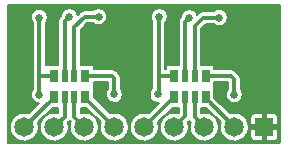
<source format=gbl>
G04 #@! TF.FileFunction,Copper,L2,Bot,Signal*
%FSLAX46Y46*%
G04 Gerber Fmt 4.6, Leading zero omitted, Abs format (unit mm)*
G04 Created by KiCad (PCBNEW (2015-06-14 BZR 5748)-product) date Mon 15 Jun 2015 05:32:35 PM CEST*
%MOMM*%
G01*
G04 APERTURE LIST*
%ADD10C,0.150000*%
%ADD11R,0.650000X1.000000*%
%ADD12R,0.500000X1.000000*%
%ADD13R,1.650000X1.650000*%
%ADD14C,1.650000*%
%ADD15C,0.635000*%
%ADD16C,0.300000*%
%ADD17C,0.200000*%
G04 APERTURE END LIST*
D10*
D11*
X86425000Y-87100000D03*
D12*
X85500000Y-87100000D03*
X84700000Y-87100000D03*
D11*
X83775000Y-87100000D03*
X86425000Y-88900000D03*
D12*
X85500000Y-88900000D03*
X84700000Y-88900000D03*
D11*
X83775000Y-88900000D03*
X96625000Y-87100000D03*
D12*
X95700000Y-87100000D03*
X94900000Y-87100000D03*
D11*
X93975000Y-87100000D03*
X96625000Y-88900000D03*
D12*
X95700000Y-88900000D03*
X94900000Y-88900000D03*
D11*
X93975000Y-88900000D03*
D13*
X101600000Y-91440000D03*
D14*
X99060000Y-91440000D03*
X96520000Y-91440000D03*
X93980000Y-91440000D03*
X91440000Y-91440000D03*
X88900000Y-91440000D03*
X86360000Y-91440000D03*
X83820000Y-91440000D03*
X81280000Y-91440000D03*
D15*
X81275000Y-84225000D03*
X83825000Y-84225000D03*
X91450000Y-84225000D03*
X86350000Y-84225000D03*
X88900000Y-84225000D03*
X93975000Y-84225000D03*
X99075000Y-84225000D03*
X96525000Y-84225000D03*
X82550000Y-82169000D03*
X82550000Y-88700000D03*
X85090000Y-82105500D03*
X87566500Y-82105500D03*
X88900000Y-88675000D03*
X92600000Y-88670000D03*
X92710000Y-82105500D03*
X95250000Y-82200000D03*
X97790000Y-82169000D03*
X99060000Y-88696800D03*
D16*
X88250000Y-81300000D02*
X88200000Y-81300000D01*
X88200000Y-81300000D02*
X88900000Y-81300000D01*
X91475000Y-81300000D02*
X93950000Y-81300000D01*
X81275000Y-81925000D02*
X81275000Y-84225000D01*
X83800000Y-81300000D02*
X81900000Y-81300000D01*
X88200000Y-81300000D02*
X83800000Y-81300000D01*
X81900000Y-81300000D02*
X81275000Y-81925000D01*
X83825000Y-81300000D02*
X83800000Y-81300000D01*
X83825000Y-84225000D02*
X83825000Y-81300000D01*
X91475000Y-81300000D02*
X88900000Y-81300000D01*
X91450000Y-81300000D02*
X91475000Y-81300000D01*
X91475000Y-84200000D02*
X91475000Y-81300000D01*
X91450000Y-84225000D02*
X91475000Y-84200000D01*
X88900000Y-84225000D02*
X88900000Y-81300000D01*
X86350000Y-84225000D02*
X88900000Y-84225000D01*
X93950000Y-84200000D02*
X93950000Y-81300000D01*
X93975000Y-84225000D02*
X93950000Y-84200000D01*
X96525000Y-84225000D02*
X99075000Y-84225000D01*
X99100000Y-84200000D02*
X99100000Y-81800000D01*
X98600000Y-81300000D02*
X99100000Y-81800000D01*
X98600000Y-81300000D02*
X93950000Y-81300000D01*
X99075000Y-84225000D02*
X99100000Y-84200000D01*
X82550000Y-87050000D02*
X82550000Y-82169000D01*
X82550000Y-88700000D02*
X82550000Y-87050000D01*
X82550000Y-87100000D02*
X82550000Y-87050000D01*
X83775000Y-87100000D02*
X82550000Y-87100000D01*
X84700000Y-82495500D02*
X85090000Y-82105500D01*
X84700000Y-87100000D02*
X84700000Y-82495500D01*
X85500000Y-83000000D02*
X86394500Y-82105500D01*
X86394500Y-82105500D02*
X87566500Y-82105500D01*
X85500000Y-87100000D02*
X85500000Y-83000000D01*
X88700000Y-87100000D02*
X88900000Y-87300000D01*
X86425000Y-87100000D02*
X88700000Y-87100000D01*
X88900000Y-88675000D02*
X88900000Y-87300000D01*
X92650000Y-87100000D02*
X92650000Y-88620000D01*
X92650000Y-88620000D02*
X92600000Y-88670000D01*
X92650000Y-87100000D02*
X92650000Y-82165500D01*
X92650000Y-82165500D02*
X92710000Y-82105500D01*
X93975000Y-87100000D02*
X92650000Y-87100000D01*
X94900000Y-82550000D02*
X95250000Y-82200000D01*
X94900000Y-87100000D02*
X94900000Y-82550000D01*
X95700000Y-82900000D02*
X96431000Y-82169000D01*
X96431000Y-82169000D02*
X97790000Y-82169000D01*
X95700000Y-87100000D02*
X95700000Y-82900000D01*
X98758600Y-87100000D02*
X99060000Y-87401400D01*
X99060000Y-87401400D02*
X99060000Y-88696800D01*
X96625000Y-87100000D02*
X98758600Y-87100000D01*
X96625000Y-89005000D02*
X99060000Y-91440000D01*
X96625000Y-88900000D02*
X96625000Y-89005000D01*
X95700000Y-90620000D02*
X96520000Y-91440000D01*
X95700000Y-88900000D02*
X95700000Y-90620000D01*
X94900000Y-90520000D02*
X93980000Y-91440000D01*
X94900000Y-88900000D02*
X94900000Y-90520000D01*
X93975000Y-88905000D02*
X91440000Y-91440000D01*
X93975000Y-88900000D02*
X93975000Y-88905000D01*
X86425000Y-88965000D02*
X88900000Y-91440000D01*
X86425000Y-88900000D02*
X86425000Y-88965000D01*
X85500000Y-90580000D02*
X86360000Y-91440000D01*
X85500000Y-88900000D02*
X85500000Y-90580000D01*
X84700000Y-90560000D02*
X83820000Y-91440000D01*
X84700000Y-88900000D02*
X84700000Y-90560000D01*
X83775000Y-88945000D02*
X81280000Y-91440000D01*
X83775000Y-88900000D02*
X83775000Y-88945000D01*
D17*
G36*
X102814349Y-81074613D02*
X102814349Y-81074613D01*
X102834120Y-81080582D01*
X102852348Y-81090274D01*
X102868350Y-81103325D01*
X102881514Y-81119238D01*
X102891335Y-81137402D01*
X102897440Y-81157124D01*
X102901400Y-81194799D01*
X102901400Y-92691662D01*
X102897587Y-92730550D01*
X102891618Y-92750320D01*
X102881925Y-92768550D01*
X102868876Y-92784549D01*
X102852962Y-92797714D01*
X102834798Y-92807535D01*
X102815076Y-92813640D01*
X102777401Y-92817600D01*
X80028338Y-92817600D01*
X79989450Y-92813787D01*
X79969680Y-92807818D01*
X79951450Y-92798125D01*
X79935451Y-92785076D01*
X79922286Y-92769162D01*
X79912465Y-92750998D01*
X79906360Y-92731276D01*
X79902400Y-92693601D01*
X79902400Y-81387495D01*
X85024656Y-81387495D01*
X84886440Y-81413861D01*
X84755977Y-81466572D01*
X84638236Y-81543619D01*
X84537703Y-81642068D01*
X84458207Y-81758169D01*
X84402776Y-81887500D01*
X84373521Y-82025134D01*
X84373252Y-82044430D01*
X84311091Y-82106591D01*
X84278850Y-82145843D01*
X84246188Y-82184768D01*
X84244793Y-82187305D01*
X84242959Y-82189538D01*
X84218948Y-82234317D01*
X84194476Y-82278832D01*
X84193602Y-82281586D01*
X84192234Y-82284138D01*
X84177367Y-82332767D01*
X84162019Y-82381149D01*
X84161697Y-82384021D01*
X84160851Y-82386788D01*
X84155712Y-82437375D01*
X84150054Y-82487821D01*
X84150014Y-82493469D01*
X84150003Y-82493580D01*
X84150013Y-82493683D01*
X84150000Y-82495500D01*
X84150000Y-86200000D01*
X84113647Y-86200000D01*
X84100000Y-86198065D01*
X83450000Y-86198065D01*
X83426190Y-86200000D01*
X83150000Y-86200000D01*
X83111732Y-86207612D01*
X83100000Y-86215451D01*
X83100000Y-82634104D01*
X83176881Y-82525118D01*
X83234113Y-82396574D01*
X83265287Y-82259362D01*
X83267531Y-82098645D01*
X83240201Y-81960616D01*
X83186580Y-81830524D01*
X83108713Y-81713325D01*
X83009565Y-81613482D01*
X82892912Y-81534798D01*
X82763197Y-81480271D01*
X82625362Y-81451978D01*
X82484656Y-81450995D01*
X82346440Y-81477361D01*
X82215977Y-81530072D01*
X82098236Y-81607119D01*
X81997703Y-81705568D01*
X81918207Y-81821669D01*
X81862776Y-81951000D01*
X81833521Y-82088634D01*
X81831557Y-82229329D01*
X81856957Y-82367727D01*
X81908756Y-82498555D01*
X81984979Y-82616830D01*
X82000000Y-82632385D01*
X82000000Y-88234319D01*
X81997703Y-88236568D01*
X81918207Y-88352669D01*
X81862776Y-88482000D01*
X81833521Y-88619634D01*
X81831557Y-88760329D01*
X81856957Y-88898727D01*
X81908756Y-89029555D01*
X81984979Y-89147830D01*
X82082724Y-89249048D01*
X82198267Y-89329352D01*
X82327207Y-89385685D01*
X82464634Y-89415900D01*
X82525017Y-89417165D01*
X81667978Y-90274204D01*
X81643995Y-90264122D01*
X81408667Y-90215816D01*
X81168438Y-90214139D01*
X80932458Y-90259155D01*
X80709716Y-90349148D01*
X80508696Y-90480692D01*
X80337055Y-90648775D01*
X80201330Y-90846996D01*
X80106692Y-91067805D01*
X80056744Y-91302790D01*
X80053390Y-91543001D01*
X80096757Y-91779289D01*
X80185193Y-92002654D01*
X80315331Y-92204588D01*
X80482212Y-92377398D01*
X80679480Y-92514503D01*
X80899623Y-92610681D01*
X81134253Y-92662268D01*
X81374436Y-92667299D01*
X81611021Y-92625583D01*
X81834997Y-92538708D01*
X82037834Y-92409984D01*
X82211806Y-92244313D01*
X82350285Y-92048006D01*
X82447997Y-91828541D01*
X82501221Y-91594276D01*
X82505052Y-91319883D01*
X82458390Y-91084223D01*
X82445316Y-91052502D01*
X83695883Y-89801935D01*
X84100000Y-89801935D01*
X84123810Y-89800000D01*
X84150000Y-89800000D01*
X84150000Y-90257144D01*
X83948667Y-90215816D01*
X83708438Y-90214139D01*
X83472458Y-90259155D01*
X83249716Y-90349148D01*
X83048696Y-90480692D01*
X82877055Y-90648775D01*
X82741330Y-90846996D01*
X82646692Y-91067805D01*
X82596744Y-91302790D01*
X82593390Y-91543001D01*
X82636757Y-91779289D01*
X82725193Y-92002654D01*
X82855331Y-92204588D01*
X83022212Y-92377398D01*
X83219480Y-92514503D01*
X83439623Y-92610681D01*
X83674253Y-92662268D01*
X83914436Y-92667299D01*
X84151021Y-92625583D01*
X84374997Y-92538708D01*
X84577834Y-92409984D01*
X84751806Y-92244313D01*
X84890285Y-92048006D01*
X84987997Y-91828541D01*
X85041221Y-91594276D01*
X85045052Y-91319883D01*
X84998390Y-91084223D01*
X84985316Y-91052502D01*
X85088909Y-90948909D01*
X85091541Y-90945705D01*
X85105700Y-90963441D01*
X85109668Y-90967466D01*
X85109736Y-90967549D01*
X85109813Y-90967612D01*
X85111091Y-90968909D01*
X85193681Y-91051499D01*
X85186692Y-91067805D01*
X85136744Y-91302790D01*
X85133390Y-91543001D01*
X85176757Y-91779289D01*
X85265193Y-92002654D01*
X85395331Y-92204588D01*
X85562212Y-92377398D01*
X85759480Y-92514503D01*
X85979623Y-92610681D01*
X86214253Y-92662268D01*
X86454436Y-92667299D01*
X86691021Y-92625583D01*
X86914997Y-92538708D01*
X87117834Y-92409984D01*
X87291806Y-92244313D01*
X87430285Y-92048006D01*
X87527997Y-91828541D01*
X87581221Y-91594276D01*
X87585052Y-91319883D01*
X87538390Y-91084223D01*
X87446844Y-90862115D01*
X87313900Y-90662018D01*
X87144622Y-90491554D01*
X86945459Y-90357217D01*
X86723995Y-90264122D01*
X86488667Y-90215816D01*
X86248438Y-90214139D01*
X86050000Y-90251993D01*
X86050000Y-89800000D01*
X86086353Y-89800000D01*
X86100000Y-89801935D01*
X86484117Y-89801935D01*
X87733681Y-91051498D01*
X87726692Y-91067805D01*
X87676744Y-91302790D01*
X87673390Y-91543001D01*
X87716757Y-91779289D01*
X87805193Y-92002654D01*
X87935331Y-92204588D01*
X88102212Y-92377398D01*
X88299480Y-92514503D01*
X88519623Y-92610681D01*
X88754253Y-92662268D01*
X88994436Y-92667299D01*
X89231021Y-92625583D01*
X89454997Y-92538708D01*
X89657834Y-92409984D01*
X89831806Y-92244313D01*
X89970285Y-92048006D01*
X90067997Y-91828541D01*
X90121221Y-91594276D01*
X90125052Y-91319883D01*
X90078390Y-91084223D01*
X89986844Y-90862115D01*
X89853900Y-90662018D01*
X89684622Y-90491554D01*
X89485459Y-90357217D01*
X89263995Y-90264122D01*
X89028667Y-90215816D01*
X88788438Y-90214139D01*
X88552458Y-90259155D01*
X88512939Y-90275122D01*
X87151935Y-88914117D01*
X87151935Y-88400000D01*
X87150000Y-88376190D01*
X87150000Y-87650000D01*
X88350000Y-87650000D01*
X88350000Y-88209319D01*
X88347703Y-88211568D01*
X88268207Y-88327669D01*
X88212776Y-88457000D01*
X88183521Y-88594634D01*
X88181557Y-88735329D01*
X88206957Y-88873727D01*
X88258756Y-89004555D01*
X88334979Y-89122830D01*
X88432724Y-89224048D01*
X88548267Y-89304352D01*
X88677207Y-89360685D01*
X88814634Y-89390900D01*
X88955312Y-89393847D01*
X89093884Y-89369413D01*
X89225070Y-89318529D01*
X89343875Y-89243134D01*
X89445772Y-89146098D01*
X89526881Y-89031118D01*
X89584113Y-88902574D01*
X89615287Y-88765362D01*
X89617531Y-88604645D01*
X89590201Y-88466616D01*
X89536580Y-88336524D01*
X89458713Y-88219325D01*
X89450000Y-88210551D01*
X89450000Y-87300000D01*
X89445042Y-87249434D01*
X89440614Y-87198827D01*
X89439807Y-87196050D01*
X89439525Y-87193171D01*
X89424838Y-87144524D01*
X89410667Y-87095748D01*
X89409336Y-87093181D01*
X89408500Y-87090411D01*
X89384642Y-87045540D01*
X89361269Y-87000449D01*
X89359465Y-86998189D01*
X89358107Y-86995635D01*
X89325975Y-86956237D01*
X89294301Y-86916560D01*
X89290332Y-86912534D01*
X89290264Y-86912451D01*
X89290187Y-86912388D01*
X89288909Y-86911091D01*
X89088909Y-86711091D01*
X89049657Y-86678850D01*
X89010732Y-86646188D01*
X89008195Y-86644793D01*
X89005962Y-86642959D01*
X88961183Y-86618948D01*
X88916668Y-86594476D01*
X88913914Y-86593602D01*
X88911362Y-86592234D01*
X88862733Y-86577367D01*
X88814351Y-86562019D01*
X88811479Y-86561697D01*
X88808712Y-86560851D01*
X88758125Y-86555712D01*
X88707679Y-86550054D01*
X88702031Y-86550014D01*
X88701920Y-86550003D01*
X88701817Y-86550013D01*
X88700000Y-86550000D01*
X87150000Y-86550000D01*
X87150000Y-86300000D01*
X87142388Y-86261732D01*
X87120711Y-86229289D01*
X87088268Y-86207612D01*
X87050000Y-86200000D01*
X86763647Y-86200000D01*
X86750000Y-86198065D01*
X86100000Y-86198065D01*
X86076190Y-86200000D01*
X86050000Y-86200000D01*
X86050000Y-83227818D01*
X86622318Y-82655500D01*
X87100594Y-82655500D01*
X87214767Y-82734852D01*
X87343707Y-82791185D01*
X87481134Y-82821400D01*
X87621812Y-82824347D01*
X87760384Y-82799913D01*
X87891570Y-82749029D01*
X88010375Y-82673634D01*
X88112272Y-82576598D01*
X88193381Y-82461618D01*
X88250613Y-82333074D01*
X88281787Y-82195862D01*
X88284031Y-82035145D01*
X88256701Y-81897116D01*
X88203080Y-81767024D01*
X88125213Y-81649825D01*
X88026065Y-81549982D01*
X87909412Y-81471298D01*
X87779697Y-81416771D01*
X87641862Y-81388478D01*
X87501156Y-81387495D01*
X92644656Y-81387495D01*
X92506440Y-81413861D01*
X92375977Y-81466572D01*
X92258236Y-81543619D01*
X92157703Y-81642068D01*
X92078207Y-81758169D01*
X92022776Y-81887500D01*
X91993521Y-82025134D01*
X91991557Y-82165829D01*
X92016957Y-82304227D01*
X92068756Y-82435055D01*
X92100000Y-82483536D01*
X92100000Y-88155355D01*
X92047703Y-88206568D01*
X91968207Y-88322669D01*
X91912776Y-88452000D01*
X91883521Y-88589634D01*
X91881557Y-88730329D01*
X91906957Y-88868727D01*
X91958756Y-88999555D01*
X92034979Y-89117830D01*
X92132724Y-89219048D01*
X92248267Y-89299352D01*
X92377207Y-89355685D01*
X92514634Y-89385900D01*
X92655312Y-89388847D01*
X92725757Y-89376426D01*
X91827979Y-90274204D01*
X91803995Y-90264122D01*
X91568667Y-90215816D01*
X91328438Y-90214139D01*
X91092458Y-90259155D01*
X90869716Y-90349148D01*
X90668696Y-90480692D01*
X90497055Y-90648775D01*
X90361330Y-90846996D01*
X90266692Y-91067805D01*
X90216744Y-91302790D01*
X90213390Y-91543001D01*
X90256757Y-91779289D01*
X90345193Y-92002654D01*
X90475331Y-92204588D01*
X90642212Y-92377398D01*
X90839480Y-92514503D01*
X91059623Y-92610681D01*
X91294253Y-92662268D01*
X91534436Y-92667299D01*
X91771021Y-92625583D01*
X91994997Y-92538708D01*
X92197834Y-92409984D01*
X92371806Y-92244313D01*
X92510285Y-92048006D01*
X92607997Y-91828541D01*
X92661221Y-91594276D01*
X92665052Y-91319883D01*
X92618390Y-91084223D01*
X92605316Y-91052502D01*
X93855882Y-89801935D01*
X94300000Y-89801935D01*
X94323810Y-89800000D01*
X94350000Y-89800000D01*
X94350000Y-90266646D01*
X94343995Y-90264122D01*
X94108667Y-90215816D01*
X93868438Y-90214139D01*
X93632458Y-90259155D01*
X93409716Y-90349148D01*
X93208696Y-90480692D01*
X93037055Y-90648775D01*
X92901330Y-90846996D01*
X92806692Y-91067805D01*
X92756744Y-91302790D01*
X92753390Y-91543001D01*
X92796757Y-91779289D01*
X92885193Y-92002654D01*
X93015331Y-92204588D01*
X93182212Y-92377398D01*
X93379480Y-92514503D01*
X93599623Y-92610681D01*
X93834253Y-92662268D01*
X94074436Y-92667299D01*
X94311021Y-92625583D01*
X94534997Y-92538708D01*
X94737834Y-92409984D01*
X94911806Y-92244313D01*
X95050285Y-92048006D01*
X95147997Y-91828541D01*
X95201221Y-91594276D01*
X95205052Y-91319883D01*
X95158390Y-91084223D01*
X95145315Y-91052502D01*
X95256070Y-90941747D01*
X95274035Y-90963775D01*
X95305700Y-91003441D01*
X95309668Y-91007466D01*
X95309736Y-91007549D01*
X95309813Y-91007612D01*
X95311091Y-91008909D01*
X95353681Y-91051499D01*
X95346692Y-91067805D01*
X95296744Y-91302790D01*
X95293390Y-91543001D01*
X95336757Y-91779289D01*
X95425193Y-92002654D01*
X95555331Y-92204588D01*
X95722212Y-92377398D01*
X95919480Y-92514503D01*
X96139623Y-92610681D01*
X96374253Y-92662268D01*
X96614436Y-92667299D01*
X96851021Y-92625583D01*
X97074997Y-92538708D01*
X97277834Y-92409984D01*
X97451806Y-92244313D01*
X97590285Y-92048006D01*
X97687997Y-91828541D01*
X97741221Y-91594276D01*
X97745052Y-91319883D01*
X97698390Y-91084223D01*
X97606844Y-90862115D01*
X97473900Y-90662018D01*
X97304622Y-90491554D01*
X97105459Y-90357217D01*
X96883995Y-90264122D01*
X96648667Y-90215816D01*
X96408438Y-90214139D01*
X96250000Y-90244363D01*
X96250000Y-89800000D01*
X96286353Y-89800000D01*
X96300000Y-89801935D01*
X96644117Y-89801935D01*
X97893681Y-91051499D01*
X97886692Y-91067805D01*
X97836744Y-91302790D01*
X97833390Y-91543001D01*
X97876757Y-91779289D01*
X97965193Y-92002654D01*
X98095331Y-92204588D01*
X98262212Y-92377398D01*
X98459480Y-92514503D01*
X98679623Y-92610681D01*
X98914253Y-92662268D01*
X99154436Y-92667299D01*
X99391021Y-92625583D01*
X99614997Y-92538708D01*
X99817834Y-92409984D01*
X99991806Y-92244313D01*
X100130285Y-92048006D01*
X100227997Y-91828541D01*
X100281221Y-91594276D01*
X100281280Y-91589999D01*
X100512500Y-91589999D01*
X100425000Y-91677499D01*
X100425000Y-92299472D01*
X100438450Y-92367091D01*
X100464834Y-92430787D01*
X100503137Y-92488112D01*
X100551888Y-92536863D01*
X100609213Y-92575166D01*
X100672909Y-92601550D01*
X100740528Y-92615000D01*
X101362501Y-92615000D01*
X101450001Y-92527500D01*
X101450001Y-91589999D01*
X101749999Y-91589999D01*
X101749999Y-92527500D01*
X101837499Y-92615000D01*
X102459472Y-92615000D01*
X102527091Y-92601550D01*
X102590787Y-92575166D01*
X102648112Y-92536863D01*
X102696863Y-92488112D01*
X102735166Y-92430787D01*
X102761550Y-92367091D01*
X102775000Y-92299472D01*
X102775000Y-91677499D01*
X102687500Y-91589999D01*
X101749999Y-91589999D01*
X101450001Y-91589999D01*
X101450001Y-91589999D01*
X100512500Y-91589999D01*
X100281280Y-91589999D01*
X100285052Y-91319883D01*
X100238390Y-91084223D01*
X100146844Y-90862115D01*
X100013900Y-90662018D01*
X99844622Y-90491554D01*
X99645459Y-90357217D01*
X99426084Y-90265000D01*
X100740528Y-90265000D01*
X100672909Y-90278450D01*
X100609213Y-90304834D01*
X100551888Y-90343137D01*
X100503137Y-90391888D01*
X100464834Y-90449213D01*
X100438450Y-90512909D01*
X100425000Y-90580528D01*
X100425000Y-91202501D01*
X100512500Y-91290001D01*
X101450001Y-91290001D01*
X101450001Y-90352500D01*
X101362501Y-90265000D01*
X101837499Y-90265000D01*
X101749999Y-90352500D01*
X101749999Y-91290001D01*
X102687500Y-91290001D01*
X102775000Y-91202501D01*
X102775000Y-90580528D01*
X102761550Y-90512909D01*
X102735166Y-90449213D01*
X102696863Y-90391888D01*
X102648112Y-90343137D01*
X102590787Y-90304834D01*
X102527091Y-90278450D01*
X102459472Y-90265000D01*
X101837499Y-90265000D01*
X101362501Y-90265000D01*
X101362501Y-90265000D01*
X100740528Y-90265000D01*
X99426084Y-90265000D01*
X99423995Y-90264122D01*
X99188667Y-90215816D01*
X98948438Y-90214139D01*
X98712458Y-90259155D01*
X98672939Y-90275121D01*
X97351935Y-88954117D01*
X97351935Y-88400000D01*
X97350000Y-88376190D01*
X97350000Y-87650000D01*
X98510000Y-87650000D01*
X98510000Y-88231119D01*
X98507703Y-88233368D01*
X98428207Y-88349469D01*
X98372776Y-88478800D01*
X98343521Y-88616434D01*
X98341557Y-88757129D01*
X98366957Y-88895527D01*
X98418756Y-89026355D01*
X98494979Y-89144630D01*
X98592724Y-89245848D01*
X98708267Y-89326152D01*
X98837207Y-89382485D01*
X98974634Y-89412700D01*
X99115312Y-89415647D01*
X99253884Y-89391213D01*
X99385070Y-89340329D01*
X99503875Y-89264934D01*
X99605772Y-89167898D01*
X99686881Y-89052918D01*
X99744113Y-88924374D01*
X99775287Y-88787162D01*
X99777531Y-88626445D01*
X99750201Y-88488416D01*
X99696580Y-88358324D01*
X99618713Y-88241125D01*
X99610000Y-88232351D01*
X99610000Y-87401400D01*
X99605042Y-87350838D01*
X99600614Y-87300227D01*
X99599807Y-87297450D01*
X99599525Y-87294571D01*
X99584838Y-87245924D01*
X99570667Y-87197148D01*
X99569336Y-87194581D01*
X99568500Y-87191811D01*
X99544632Y-87146921D01*
X99521268Y-87101848D01*
X99519466Y-87099590D01*
X99518107Y-87097035D01*
X99485965Y-87057625D01*
X99454300Y-87017959D01*
X99450332Y-87013934D01*
X99450264Y-87013851D01*
X99450187Y-87013788D01*
X99448909Y-87012491D01*
X99147509Y-86711091D01*
X99108257Y-86678850D01*
X99069332Y-86646188D01*
X99066795Y-86644793D01*
X99064562Y-86642959D01*
X99019783Y-86618948D01*
X98975268Y-86594476D01*
X98972514Y-86593602D01*
X98969962Y-86592234D01*
X98921333Y-86577367D01*
X98872951Y-86562019D01*
X98870079Y-86561697D01*
X98867312Y-86560851D01*
X98816725Y-86555712D01*
X98766279Y-86550054D01*
X98760631Y-86550014D01*
X98760520Y-86550003D01*
X98760417Y-86550013D01*
X98758600Y-86550000D01*
X97350000Y-86550000D01*
X97350000Y-86300000D01*
X97342388Y-86261732D01*
X97320711Y-86229289D01*
X97288268Y-86207612D01*
X97250000Y-86200000D01*
X96963647Y-86200000D01*
X96950000Y-86198065D01*
X96300000Y-86198065D01*
X96276190Y-86200000D01*
X96250000Y-86200000D01*
X96250000Y-83127818D01*
X96658818Y-82719000D01*
X97324094Y-82719000D01*
X97438267Y-82798352D01*
X97567207Y-82854685D01*
X97704634Y-82884900D01*
X97845312Y-82887847D01*
X97983884Y-82863413D01*
X98115070Y-82812529D01*
X98233875Y-82737134D01*
X98335772Y-82640098D01*
X98416881Y-82525118D01*
X98474113Y-82396574D01*
X98505287Y-82259362D01*
X98507531Y-82098645D01*
X98480201Y-81960616D01*
X98426580Y-81830524D01*
X98348713Y-81713325D01*
X98249565Y-81613482D01*
X98132912Y-81534798D01*
X98003197Y-81480271D01*
X97865362Y-81451978D01*
X97724656Y-81450995D01*
X97586440Y-81477361D01*
X97455977Y-81530072D01*
X97338236Y-81607119D01*
X97326103Y-81619000D01*
X96431000Y-81619000D01*
X96380438Y-81623958D01*
X96329827Y-81628386D01*
X96327050Y-81629193D01*
X96324171Y-81629475D01*
X96275524Y-81644162D01*
X96226748Y-81658333D01*
X96224181Y-81659664D01*
X96221411Y-81660500D01*
X96176521Y-81684368D01*
X96131448Y-81707732D01*
X96129190Y-81709534D01*
X96126635Y-81710893D01*
X96087225Y-81743035D01*
X96047559Y-81774700D01*
X96043534Y-81778668D01*
X96043451Y-81778736D01*
X96043388Y-81778813D01*
X96042091Y-81780091D01*
X95908201Y-81913981D01*
X95886580Y-81861524D01*
X95808713Y-81744325D01*
X95709565Y-81644482D01*
X95592912Y-81565798D01*
X95463197Y-81511271D01*
X95325362Y-81482978D01*
X95184656Y-81481995D01*
X95046440Y-81508361D01*
X94915977Y-81561072D01*
X94798236Y-81638119D01*
X94697703Y-81736568D01*
X94618207Y-81852669D01*
X94562776Y-81982000D01*
X94533521Y-82119634D01*
X94533252Y-82138930D01*
X94511091Y-82161091D01*
X94478850Y-82200343D01*
X94446188Y-82239268D01*
X94444793Y-82241805D01*
X94442959Y-82244038D01*
X94418948Y-82288817D01*
X94394476Y-82333332D01*
X94393602Y-82336086D01*
X94392234Y-82338638D01*
X94377367Y-82387267D01*
X94362019Y-82435649D01*
X94361697Y-82438521D01*
X94360851Y-82441288D01*
X94355712Y-82491875D01*
X94350054Y-82542321D01*
X94350014Y-82547969D01*
X94350003Y-82548080D01*
X94350013Y-82548183D01*
X94350000Y-82550000D01*
X94350000Y-86200000D01*
X94313647Y-86200000D01*
X94300000Y-86198065D01*
X93650000Y-86198065D01*
X93626190Y-86200000D01*
X93350000Y-86200000D01*
X93311732Y-86207612D01*
X93279289Y-86229289D01*
X93257612Y-86261732D01*
X93250000Y-86300000D01*
X93250000Y-86550000D01*
X93200000Y-86550000D01*
X93200000Y-82629709D01*
X93255772Y-82576598D01*
X93336881Y-82461618D01*
X93394113Y-82333074D01*
X93425287Y-82195862D01*
X93427531Y-82035145D01*
X93400201Y-81897116D01*
X93346580Y-81767024D01*
X93268713Y-81649825D01*
X93169565Y-81549982D01*
X93052912Y-81471298D01*
X92923197Y-81416771D01*
X92785362Y-81388478D01*
X92644656Y-81387495D01*
X87501156Y-81387495D01*
X87501156Y-81387495D01*
X87362940Y-81413861D01*
X87232477Y-81466572D01*
X87114736Y-81543619D01*
X87102603Y-81555500D01*
X86394500Y-81555500D01*
X86343938Y-81560458D01*
X86293327Y-81564886D01*
X86290550Y-81565693D01*
X86287671Y-81565975D01*
X86239024Y-81580662D01*
X86190248Y-81594833D01*
X86187681Y-81596164D01*
X86184911Y-81597000D01*
X86140021Y-81620868D01*
X86094948Y-81644232D01*
X86092690Y-81646034D01*
X86090135Y-81647393D01*
X86050725Y-81679535D01*
X86011059Y-81711200D01*
X86007034Y-81715168D01*
X86006951Y-81715236D01*
X86006888Y-81715313D01*
X86005591Y-81716591D01*
X85787616Y-81934566D01*
X85780201Y-81897116D01*
X85726580Y-81767024D01*
X85648713Y-81649825D01*
X85549565Y-81549982D01*
X85432912Y-81471298D01*
X85303197Y-81416771D01*
X85165362Y-81388478D01*
X85024656Y-81387495D01*
X79902400Y-81387495D01*
X79902400Y-81196738D01*
X79906213Y-81157851D01*
X79912182Y-81138080D01*
X79921874Y-81119852D01*
X79934925Y-81103850D01*
X79950838Y-81090686D01*
X79969002Y-81080865D01*
X79988724Y-81074760D01*
X80026399Y-81070800D01*
X102775462Y-81070800D01*
X102814349Y-81074613D01*
X102814349Y-81074613D01*
G37*
X102814349Y-81074613D02*
X102814349Y-81074613D01*
X102834120Y-81080582D01*
X102852348Y-81090274D01*
X102868350Y-81103325D01*
X102881514Y-81119238D01*
X102891335Y-81137402D01*
X102897440Y-81157124D01*
X102901400Y-81194799D01*
X102901400Y-92691662D01*
X102897587Y-92730550D01*
X102891618Y-92750320D01*
X102881925Y-92768550D01*
X102868876Y-92784549D01*
X102852962Y-92797714D01*
X102834798Y-92807535D01*
X102815076Y-92813640D01*
X102777401Y-92817600D01*
X80028338Y-92817600D01*
X79989450Y-92813787D01*
X79969680Y-92807818D01*
X79951450Y-92798125D01*
X79935451Y-92785076D01*
X79922286Y-92769162D01*
X79912465Y-92750998D01*
X79906360Y-92731276D01*
X79902400Y-92693601D01*
X79902400Y-81387495D01*
X85024656Y-81387495D01*
X84886440Y-81413861D01*
X84755977Y-81466572D01*
X84638236Y-81543619D01*
X84537703Y-81642068D01*
X84458207Y-81758169D01*
X84402776Y-81887500D01*
X84373521Y-82025134D01*
X84373252Y-82044430D01*
X84311091Y-82106591D01*
X84278850Y-82145843D01*
X84246188Y-82184768D01*
X84244793Y-82187305D01*
X84242959Y-82189538D01*
X84218948Y-82234317D01*
X84194476Y-82278832D01*
X84193602Y-82281586D01*
X84192234Y-82284138D01*
X84177367Y-82332767D01*
X84162019Y-82381149D01*
X84161697Y-82384021D01*
X84160851Y-82386788D01*
X84155712Y-82437375D01*
X84150054Y-82487821D01*
X84150014Y-82493469D01*
X84150003Y-82493580D01*
X84150013Y-82493683D01*
X84150000Y-82495500D01*
X84150000Y-86200000D01*
X84113647Y-86200000D01*
X84100000Y-86198065D01*
X83450000Y-86198065D01*
X83426190Y-86200000D01*
X83150000Y-86200000D01*
X83111732Y-86207612D01*
X83100000Y-86215451D01*
X83100000Y-82634104D01*
X83176881Y-82525118D01*
X83234113Y-82396574D01*
X83265287Y-82259362D01*
X83267531Y-82098645D01*
X83240201Y-81960616D01*
X83186580Y-81830524D01*
X83108713Y-81713325D01*
X83009565Y-81613482D01*
X82892912Y-81534798D01*
X82763197Y-81480271D01*
X82625362Y-81451978D01*
X82484656Y-81450995D01*
X82346440Y-81477361D01*
X82215977Y-81530072D01*
X82098236Y-81607119D01*
X81997703Y-81705568D01*
X81918207Y-81821669D01*
X81862776Y-81951000D01*
X81833521Y-82088634D01*
X81831557Y-82229329D01*
X81856957Y-82367727D01*
X81908756Y-82498555D01*
X81984979Y-82616830D01*
X82000000Y-82632385D01*
X82000000Y-88234319D01*
X81997703Y-88236568D01*
X81918207Y-88352669D01*
X81862776Y-88482000D01*
X81833521Y-88619634D01*
X81831557Y-88760329D01*
X81856957Y-88898727D01*
X81908756Y-89029555D01*
X81984979Y-89147830D01*
X82082724Y-89249048D01*
X82198267Y-89329352D01*
X82327207Y-89385685D01*
X82464634Y-89415900D01*
X82525017Y-89417165D01*
X81667978Y-90274204D01*
X81643995Y-90264122D01*
X81408667Y-90215816D01*
X81168438Y-90214139D01*
X80932458Y-90259155D01*
X80709716Y-90349148D01*
X80508696Y-90480692D01*
X80337055Y-90648775D01*
X80201330Y-90846996D01*
X80106692Y-91067805D01*
X80056744Y-91302790D01*
X80053390Y-91543001D01*
X80096757Y-91779289D01*
X80185193Y-92002654D01*
X80315331Y-92204588D01*
X80482212Y-92377398D01*
X80679480Y-92514503D01*
X80899623Y-92610681D01*
X81134253Y-92662268D01*
X81374436Y-92667299D01*
X81611021Y-92625583D01*
X81834997Y-92538708D01*
X82037834Y-92409984D01*
X82211806Y-92244313D01*
X82350285Y-92048006D01*
X82447997Y-91828541D01*
X82501221Y-91594276D01*
X82505052Y-91319883D01*
X82458390Y-91084223D01*
X82445316Y-91052502D01*
X83695883Y-89801935D01*
X84100000Y-89801935D01*
X84123810Y-89800000D01*
X84150000Y-89800000D01*
X84150000Y-90257144D01*
X83948667Y-90215816D01*
X83708438Y-90214139D01*
X83472458Y-90259155D01*
X83249716Y-90349148D01*
X83048696Y-90480692D01*
X82877055Y-90648775D01*
X82741330Y-90846996D01*
X82646692Y-91067805D01*
X82596744Y-91302790D01*
X82593390Y-91543001D01*
X82636757Y-91779289D01*
X82725193Y-92002654D01*
X82855331Y-92204588D01*
X83022212Y-92377398D01*
X83219480Y-92514503D01*
X83439623Y-92610681D01*
X83674253Y-92662268D01*
X83914436Y-92667299D01*
X84151021Y-92625583D01*
X84374997Y-92538708D01*
X84577834Y-92409984D01*
X84751806Y-92244313D01*
X84890285Y-92048006D01*
X84987997Y-91828541D01*
X85041221Y-91594276D01*
X85045052Y-91319883D01*
X84998390Y-91084223D01*
X84985316Y-91052502D01*
X85088909Y-90948909D01*
X85091541Y-90945705D01*
X85105700Y-90963441D01*
X85109668Y-90967466D01*
X85109736Y-90967549D01*
X85109813Y-90967612D01*
X85111091Y-90968909D01*
X85193681Y-91051499D01*
X85186692Y-91067805D01*
X85136744Y-91302790D01*
X85133390Y-91543001D01*
X85176757Y-91779289D01*
X85265193Y-92002654D01*
X85395331Y-92204588D01*
X85562212Y-92377398D01*
X85759480Y-92514503D01*
X85979623Y-92610681D01*
X86214253Y-92662268D01*
X86454436Y-92667299D01*
X86691021Y-92625583D01*
X86914997Y-92538708D01*
X87117834Y-92409984D01*
X87291806Y-92244313D01*
X87430285Y-92048006D01*
X87527997Y-91828541D01*
X87581221Y-91594276D01*
X87585052Y-91319883D01*
X87538390Y-91084223D01*
X87446844Y-90862115D01*
X87313900Y-90662018D01*
X87144622Y-90491554D01*
X86945459Y-90357217D01*
X86723995Y-90264122D01*
X86488667Y-90215816D01*
X86248438Y-90214139D01*
X86050000Y-90251993D01*
X86050000Y-89800000D01*
X86086353Y-89800000D01*
X86100000Y-89801935D01*
X86484117Y-89801935D01*
X87733681Y-91051498D01*
X87726692Y-91067805D01*
X87676744Y-91302790D01*
X87673390Y-91543001D01*
X87716757Y-91779289D01*
X87805193Y-92002654D01*
X87935331Y-92204588D01*
X88102212Y-92377398D01*
X88299480Y-92514503D01*
X88519623Y-92610681D01*
X88754253Y-92662268D01*
X88994436Y-92667299D01*
X89231021Y-92625583D01*
X89454997Y-92538708D01*
X89657834Y-92409984D01*
X89831806Y-92244313D01*
X89970285Y-92048006D01*
X90067997Y-91828541D01*
X90121221Y-91594276D01*
X90125052Y-91319883D01*
X90078390Y-91084223D01*
X89986844Y-90862115D01*
X89853900Y-90662018D01*
X89684622Y-90491554D01*
X89485459Y-90357217D01*
X89263995Y-90264122D01*
X89028667Y-90215816D01*
X88788438Y-90214139D01*
X88552458Y-90259155D01*
X88512939Y-90275122D01*
X87151935Y-88914117D01*
X87151935Y-88400000D01*
X87150000Y-88376190D01*
X87150000Y-87650000D01*
X88350000Y-87650000D01*
X88350000Y-88209319D01*
X88347703Y-88211568D01*
X88268207Y-88327669D01*
X88212776Y-88457000D01*
X88183521Y-88594634D01*
X88181557Y-88735329D01*
X88206957Y-88873727D01*
X88258756Y-89004555D01*
X88334979Y-89122830D01*
X88432724Y-89224048D01*
X88548267Y-89304352D01*
X88677207Y-89360685D01*
X88814634Y-89390900D01*
X88955312Y-89393847D01*
X89093884Y-89369413D01*
X89225070Y-89318529D01*
X89343875Y-89243134D01*
X89445772Y-89146098D01*
X89526881Y-89031118D01*
X89584113Y-88902574D01*
X89615287Y-88765362D01*
X89617531Y-88604645D01*
X89590201Y-88466616D01*
X89536580Y-88336524D01*
X89458713Y-88219325D01*
X89450000Y-88210551D01*
X89450000Y-87300000D01*
X89445042Y-87249434D01*
X89440614Y-87198827D01*
X89439807Y-87196050D01*
X89439525Y-87193171D01*
X89424838Y-87144524D01*
X89410667Y-87095748D01*
X89409336Y-87093181D01*
X89408500Y-87090411D01*
X89384642Y-87045540D01*
X89361269Y-87000449D01*
X89359465Y-86998189D01*
X89358107Y-86995635D01*
X89325975Y-86956237D01*
X89294301Y-86916560D01*
X89290332Y-86912534D01*
X89290264Y-86912451D01*
X89290187Y-86912388D01*
X89288909Y-86911091D01*
X89088909Y-86711091D01*
X89049657Y-86678850D01*
X89010732Y-86646188D01*
X89008195Y-86644793D01*
X89005962Y-86642959D01*
X88961183Y-86618948D01*
X88916668Y-86594476D01*
X88913914Y-86593602D01*
X88911362Y-86592234D01*
X88862733Y-86577367D01*
X88814351Y-86562019D01*
X88811479Y-86561697D01*
X88808712Y-86560851D01*
X88758125Y-86555712D01*
X88707679Y-86550054D01*
X88702031Y-86550014D01*
X88701920Y-86550003D01*
X88701817Y-86550013D01*
X88700000Y-86550000D01*
X87150000Y-86550000D01*
X87150000Y-86300000D01*
X87142388Y-86261732D01*
X87120711Y-86229289D01*
X87088268Y-86207612D01*
X87050000Y-86200000D01*
X86763647Y-86200000D01*
X86750000Y-86198065D01*
X86100000Y-86198065D01*
X86076190Y-86200000D01*
X86050000Y-86200000D01*
X86050000Y-83227818D01*
X86622318Y-82655500D01*
X87100594Y-82655500D01*
X87214767Y-82734852D01*
X87343707Y-82791185D01*
X87481134Y-82821400D01*
X87621812Y-82824347D01*
X87760384Y-82799913D01*
X87891570Y-82749029D01*
X88010375Y-82673634D01*
X88112272Y-82576598D01*
X88193381Y-82461618D01*
X88250613Y-82333074D01*
X88281787Y-82195862D01*
X88284031Y-82035145D01*
X88256701Y-81897116D01*
X88203080Y-81767024D01*
X88125213Y-81649825D01*
X88026065Y-81549982D01*
X87909412Y-81471298D01*
X87779697Y-81416771D01*
X87641862Y-81388478D01*
X87501156Y-81387495D01*
X92644656Y-81387495D01*
X92506440Y-81413861D01*
X92375977Y-81466572D01*
X92258236Y-81543619D01*
X92157703Y-81642068D01*
X92078207Y-81758169D01*
X92022776Y-81887500D01*
X91993521Y-82025134D01*
X91991557Y-82165829D01*
X92016957Y-82304227D01*
X92068756Y-82435055D01*
X92100000Y-82483536D01*
X92100000Y-88155355D01*
X92047703Y-88206568D01*
X91968207Y-88322669D01*
X91912776Y-88452000D01*
X91883521Y-88589634D01*
X91881557Y-88730329D01*
X91906957Y-88868727D01*
X91958756Y-88999555D01*
X92034979Y-89117830D01*
X92132724Y-89219048D01*
X92248267Y-89299352D01*
X92377207Y-89355685D01*
X92514634Y-89385900D01*
X92655312Y-89388847D01*
X92725757Y-89376426D01*
X91827979Y-90274204D01*
X91803995Y-90264122D01*
X91568667Y-90215816D01*
X91328438Y-90214139D01*
X91092458Y-90259155D01*
X90869716Y-90349148D01*
X90668696Y-90480692D01*
X90497055Y-90648775D01*
X90361330Y-90846996D01*
X90266692Y-91067805D01*
X90216744Y-91302790D01*
X90213390Y-91543001D01*
X90256757Y-91779289D01*
X90345193Y-92002654D01*
X90475331Y-92204588D01*
X90642212Y-92377398D01*
X90839480Y-92514503D01*
X91059623Y-92610681D01*
X91294253Y-92662268D01*
X91534436Y-92667299D01*
X91771021Y-92625583D01*
X91994997Y-92538708D01*
X92197834Y-92409984D01*
X92371806Y-92244313D01*
X92510285Y-92048006D01*
X92607997Y-91828541D01*
X92661221Y-91594276D01*
X92665052Y-91319883D01*
X92618390Y-91084223D01*
X92605316Y-91052502D01*
X93855882Y-89801935D01*
X94300000Y-89801935D01*
X94323810Y-89800000D01*
X94350000Y-89800000D01*
X94350000Y-90266646D01*
X94343995Y-90264122D01*
X94108667Y-90215816D01*
X93868438Y-90214139D01*
X93632458Y-90259155D01*
X93409716Y-90349148D01*
X93208696Y-90480692D01*
X93037055Y-90648775D01*
X92901330Y-90846996D01*
X92806692Y-91067805D01*
X92756744Y-91302790D01*
X92753390Y-91543001D01*
X92796757Y-91779289D01*
X92885193Y-92002654D01*
X93015331Y-92204588D01*
X93182212Y-92377398D01*
X93379480Y-92514503D01*
X93599623Y-92610681D01*
X93834253Y-92662268D01*
X94074436Y-92667299D01*
X94311021Y-92625583D01*
X94534997Y-92538708D01*
X94737834Y-92409984D01*
X94911806Y-92244313D01*
X95050285Y-92048006D01*
X95147997Y-91828541D01*
X95201221Y-91594276D01*
X95205052Y-91319883D01*
X95158390Y-91084223D01*
X95145315Y-91052502D01*
X95256070Y-90941747D01*
X95274035Y-90963775D01*
X95305700Y-91003441D01*
X95309668Y-91007466D01*
X95309736Y-91007549D01*
X95309813Y-91007612D01*
X95311091Y-91008909D01*
X95353681Y-91051499D01*
X95346692Y-91067805D01*
X95296744Y-91302790D01*
X95293390Y-91543001D01*
X95336757Y-91779289D01*
X95425193Y-92002654D01*
X95555331Y-92204588D01*
X95722212Y-92377398D01*
X95919480Y-92514503D01*
X96139623Y-92610681D01*
X96374253Y-92662268D01*
X96614436Y-92667299D01*
X96851021Y-92625583D01*
X97074997Y-92538708D01*
X97277834Y-92409984D01*
X97451806Y-92244313D01*
X97590285Y-92048006D01*
X97687997Y-91828541D01*
X97741221Y-91594276D01*
X97745052Y-91319883D01*
X97698390Y-91084223D01*
X97606844Y-90862115D01*
X97473900Y-90662018D01*
X97304622Y-90491554D01*
X97105459Y-90357217D01*
X96883995Y-90264122D01*
X96648667Y-90215816D01*
X96408438Y-90214139D01*
X96250000Y-90244363D01*
X96250000Y-89800000D01*
X96286353Y-89800000D01*
X96300000Y-89801935D01*
X96644117Y-89801935D01*
X97893681Y-91051499D01*
X97886692Y-91067805D01*
X97836744Y-91302790D01*
X97833390Y-91543001D01*
X97876757Y-91779289D01*
X97965193Y-92002654D01*
X98095331Y-92204588D01*
X98262212Y-92377398D01*
X98459480Y-92514503D01*
X98679623Y-92610681D01*
X98914253Y-92662268D01*
X99154436Y-92667299D01*
X99391021Y-92625583D01*
X99614997Y-92538708D01*
X99817834Y-92409984D01*
X99991806Y-92244313D01*
X100130285Y-92048006D01*
X100227997Y-91828541D01*
X100281221Y-91594276D01*
X100281280Y-91589999D01*
X100512500Y-91589999D01*
X100425000Y-91677499D01*
X100425000Y-92299472D01*
X100438450Y-92367091D01*
X100464834Y-92430787D01*
X100503137Y-92488112D01*
X100551888Y-92536863D01*
X100609213Y-92575166D01*
X100672909Y-92601550D01*
X100740528Y-92615000D01*
X101362501Y-92615000D01*
X101450001Y-92527500D01*
X101450001Y-91589999D01*
X101749999Y-91589999D01*
X101749999Y-92527500D01*
X101837499Y-92615000D01*
X102459472Y-92615000D01*
X102527091Y-92601550D01*
X102590787Y-92575166D01*
X102648112Y-92536863D01*
X102696863Y-92488112D01*
X102735166Y-92430787D01*
X102761550Y-92367091D01*
X102775000Y-92299472D01*
X102775000Y-91677499D01*
X102687500Y-91589999D01*
X101749999Y-91589999D01*
X101450001Y-91589999D01*
X101450001Y-91589999D01*
X100512500Y-91589999D01*
X100281280Y-91589999D01*
X100285052Y-91319883D01*
X100238390Y-91084223D01*
X100146844Y-90862115D01*
X100013900Y-90662018D01*
X99844622Y-90491554D01*
X99645459Y-90357217D01*
X99426084Y-90265000D01*
X100740528Y-90265000D01*
X100672909Y-90278450D01*
X100609213Y-90304834D01*
X100551888Y-90343137D01*
X100503137Y-90391888D01*
X100464834Y-90449213D01*
X100438450Y-90512909D01*
X100425000Y-90580528D01*
X100425000Y-91202501D01*
X100512500Y-91290001D01*
X101450001Y-91290001D01*
X101450001Y-90352500D01*
X101362501Y-90265000D01*
X101837499Y-90265000D01*
X101749999Y-90352500D01*
X101749999Y-91290001D01*
X102687500Y-91290001D01*
X102775000Y-91202501D01*
X102775000Y-90580528D01*
X102761550Y-90512909D01*
X102735166Y-90449213D01*
X102696863Y-90391888D01*
X102648112Y-90343137D01*
X102590787Y-90304834D01*
X102527091Y-90278450D01*
X102459472Y-90265000D01*
X101837499Y-90265000D01*
X101362501Y-90265000D01*
X101362501Y-90265000D01*
X100740528Y-90265000D01*
X99426084Y-90265000D01*
X99423995Y-90264122D01*
X99188667Y-90215816D01*
X98948438Y-90214139D01*
X98712458Y-90259155D01*
X98672939Y-90275121D01*
X97351935Y-88954117D01*
X97351935Y-88400000D01*
X97350000Y-88376190D01*
X97350000Y-87650000D01*
X98510000Y-87650000D01*
X98510000Y-88231119D01*
X98507703Y-88233368D01*
X98428207Y-88349469D01*
X98372776Y-88478800D01*
X98343521Y-88616434D01*
X98341557Y-88757129D01*
X98366957Y-88895527D01*
X98418756Y-89026355D01*
X98494979Y-89144630D01*
X98592724Y-89245848D01*
X98708267Y-89326152D01*
X98837207Y-89382485D01*
X98974634Y-89412700D01*
X99115312Y-89415647D01*
X99253884Y-89391213D01*
X99385070Y-89340329D01*
X99503875Y-89264934D01*
X99605772Y-89167898D01*
X99686881Y-89052918D01*
X99744113Y-88924374D01*
X99775287Y-88787162D01*
X99777531Y-88626445D01*
X99750201Y-88488416D01*
X99696580Y-88358324D01*
X99618713Y-88241125D01*
X99610000Y-88232351D01*
X99610000Y-87401400D01*
X99605042Y-87350838D01*
X99600614Y-87300227D01*
X99599807Y-87297450D01*
X99599525Y-87294571D01*
X99584838Y-87245924D01*
X99570667Y-87197148D01*
X99569336Y-87194581D01*
X99568500Y-87191811D01*
X99544632Y-87146921D01*
X99521268Y-87101848D01*
X99519466Y-87099590D01*
X99518107Y-87097035D01*
X99485965Y-87057625D01*
X99454300Y-87017959D01*
X99450332Y-87013934D01*
X99450264Y-87013851D01*
X99450187Y-87013788D01*
X99448909Y-87012491D01*
X99147509Y-86711091D01*
X99108257Y-86678850D01*
X99069332Y-86646188D01*
X99066795Y-86644793D01*
X99064562Y-86642959D01*
X99019783Y-86618948D01*
X98975268Y-86594476D01*
X98972514Y-86593602D01*
X98969962Y-86592234D01*
X98921333Y-86577367D01*
X98872951Y-86562019D01*
X98870079Y-86561697D01*
X98867312Y-86560851D01*
X98816725Y-86555712D01*
X98766279Y-86550054D01*
X98760631Y-86550014D01*
X98760520Y-86550003D01*
X98760417Y-86550013D01*
X98758600Y-86550000D01*
X97350000Y-86550000D01*
X97350000Y-86300000D01*
X97342388Y-86261732D01*
X97320711Y-86229289D01*
X97288268Y-86207612D01*
X97250000Y-86200000D01*
X96963647Y-86200000D01*
X96950000Y-86198065D01*
X96300000Y-86198065D01*
X96276190Y-86200000D01*
X96250000Y-86200000D01*
X96250000Y-83127818D01*
X96658818Y-82719000D01*
X97324094Y-82719000D01*
X97438267Y-82798352D01*
X97567207Y-82854685D01*
X97704634Y-82884900D01*
X97845312Y-82887847D01*
X97983884Y-82863413D01*
X98115070Y-82812529D01*
X98233875Y-82737134D01*
X98335772Y-82640098D01*
X98416881Y-82525118D01*
X98474113Y-82396574D01*
X98505287Y-82259362D01*
X98507531Y-82098645D01*
X98480201Y-81960616D01*
X98426580Y-81830524D01*
X98348713Y-81713325D01*
X98249565Y-81613482D01*
X98132912Y-81534798D01*
X98003197Y-81480271D01*
X97865362Y-81451978D01*
X97724656Y-81450995D01*
X97586440Y-81477361D01*
X97455977Y-81530072D01*
X97338236Y-81607119D01*
X97326103Y-81619000D01*
X96431000Y-81619000D01*
X96380438Y-81623958D01*
X96329827Y-81628386D01*
X96327050Y-81629193D01*
X96324171Y-81629475D01*
X96275524Y-81644162D01*
X96226748Y-81658333D01*
X96224181Y-81659664D01*
X96221411Y-81660500D01*
X96176521Y-81684368D01*
X96131448Y-81707732D01*
X96129190Y-81709534D01*
X96126635Y-81710893D01*
X96087225Y-81743035D01*
X96047559Y-81774700D01*
X96043534Y-81778668D01*
X96043451Y-81778736D01*
X96043388Y-81778813D01*
X96042091Y-81780091D01*
X95908201Y-81913981D01*
X95886580Y-81861524D01*
X95808713Y-81744325D01*
X95709565Y-81644482D01*
X95592912Y-81565798D01*
X95463197Y-81511271D01*
X95325362Y-81482978D01*
X95184656Y-81481995D01*
X95046440Y-81508361D01*
X94915977Y-81561072D01*
X94798236Y-81638119D01*
X94697703Y-81736568D01*
X94618207Y-81852669D01*
X94562776Y-81982000D01*
X94533521Y-82119634D01*
X94533252Y-82138930D01*
X94511091Y-82161091D01*
X94478850Y-82200343D01*
X94446188Y-82239268D01*
X94444793Y-82241805D01*
X94442959Y-82244038D01*
X94418948Y-82288817D01*
X94394476Y-82333332D01*
X94393602Y-82336086D01*
X94392234Y-82338638D01*
X94377367Y-82387267D01*
X94362019Y-82435649D01*
X94361697Y-82438521D01*
X94360851Y-82441288D01*
X94355712Y-82491875D01*
X94350054Y-82542321D01*
X94350014Y-82547969D01*
X94350003Y-82548080D01*
X94350013Y-82548183D01*
X94350000Y-82550000D01*
X94350000Y-86200000D01*
X94313647Y-86200000D01*
X94300000Y-86198065D01*
X93650000Y-86198065D01*
X93626190Y-86200000D01*
X93350000Y-86200000D01*
X93311732Y-86207612D01*
X93279289Y-86229289D01*
X93257612Y-86261732D01*
X93250000Y-86300000D01*
X93250000Y-86550000D01*
X93200000Y-86550000D01*
X93200000Y-82629709D01*
X93255772Y-82576598D01*
X93336881Y-82461618D01*
X93394113Y-82333074D01*
X93425287Y-82195862D01*
X93427531Y-82035145D01*
X93400201Y-81897116D01*
X93346580Y-81767024D01*
X93268713Y-81649825D01*
X93169565Y-81549982D01*
X93052912Y-81471298D01*
X92923197Y-81416771D01*
X92785362Y-81388478D01*
X92644656Y-81387495D01*
X87501156Y-81387495D01*
X87501156Y-81387495D01*
X87362940Y-81413861D01*
X87232477Y-81466572D01*
X87114736Y-81543619D01*
X87102603Y-81555500D01*
X86394500Y-81555500D01*
X86343938Y-81560458D01*
X86293327Y-81564886D01*
X86290550Y-81565693D01*
X86287671Y-81565975D01*
X86239024Y-81580662D01*
X86190248Y-81594833D01*
X86187681Y-81596164D01*
X86184911Y-81597000D01*
X86140021Y-81620868D01*
X86094948Y-81644232D01*
X86092690Y-81646034D01*
X86090135Y-81647393D01*
X86050725Y-81679535D01*
X86011059Y-81711200D01*
X86007034Y-81715168D01*
X86006951Y-81715236D01*
X86006888Y-81715313D01*
X86005591Y-81716591D01*
X85787616Y-81934566D01*
X85780201Y-81897116D01*
X85726580Y-81767024D01*
X85648713Y-81649825D01*
X85549565Y-81549982D01*
X85432912Y-81471298D01*
X85303197Y-81416771D01*
X85165362Y-81388478D01*
X85024656Y-81387495D01*
X79902400Y-81387495D01*
X79902400Y-81196738D01*
X79906213Y-81157851D01*
X79912182Y-81138080D01*
X79921874Y-81119852D01*
X79934925Y-81103850D01*
X79950838Y-81090686D01*
X79969002Y-81080865D01*
X79988724Y-81074760D01*
X80026399Y-81070800D01*
X102775462Y-81070800D01*
X102814349Y-81074613D01*
M02*

</source>
